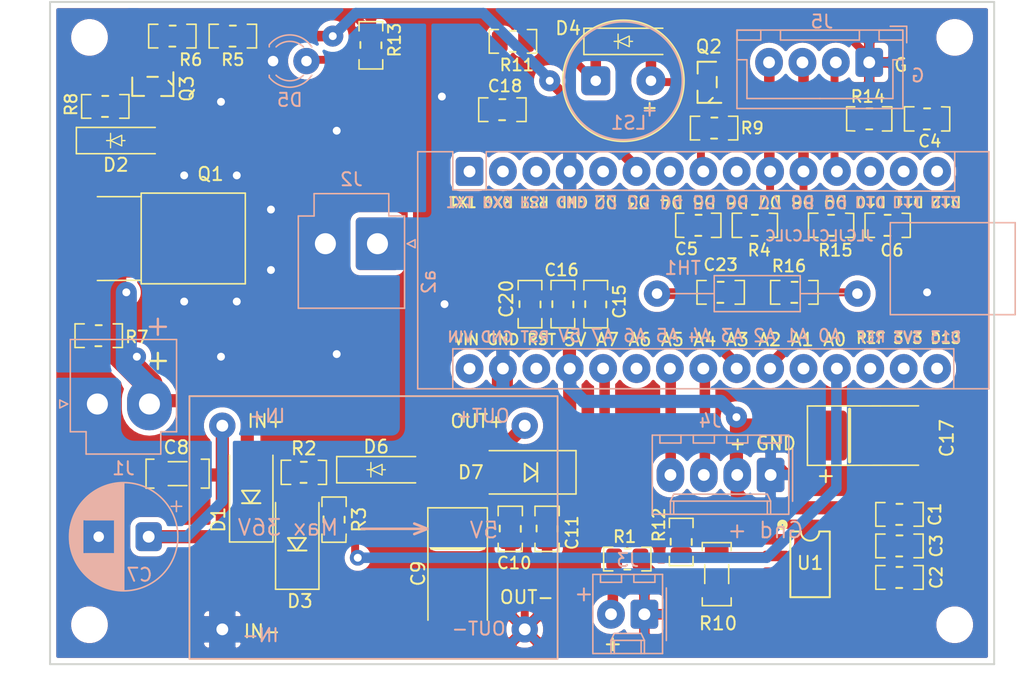
<source format=kicad_pcb>
(kicad_pcb (version 20211014) (generator pcbnew)
  (layers (0 "F.Cu" signal) (31 "B.Cu" signal) (34 "B.Paste" user) (35 "F.Paste" user) (36 "B.SilkS" user "B.Silkscreen") (37 "F.SilkS" user "F.Silkscreen") (38 "B.Mask" user) (39 "F.Mask" user) (44 "Edge.Cuts" user))
  (net 0 "")
  (net 1 "/opamp_to_adc")
  (net 2 "GND")
  (net 3 "/20VDetect")
  (net 4 "/env_temp_adc")
  (net 5 "/enable_heater")
  (net 6 "/enable_env_temp_check")
  (net 7 "/sda")
  (net 8 "/buzzerPwm")
  (net 9 "/scl")
  (net 10 "V5.0")
  (net 11 "Net-(C7-Pad1)")
  (net 12 "20V")
  (net 13 "Net-(D2-Pad2)")
  (net 14 "Net-(D2-Pad1)")
  (net 15 "Net-(D4-Pad2)")
  (net 16 "Net-(D4-Pad1)")
  (net 17 "Net-(D5-PadK)")
  (net 18 "/heaterPower")
  (net 19 "/thermal_couple")
  (net 20 "Net-(Q2-PadB)")
  (net 21 "Net-(Q3-PadB)")
  (net 22 "Net-(Q3-PadE)")
  (net 23 "Net-(R10-Pad1)")
  (net 24 "Net-(a2-Pad1)")
  (net 25 "Net-(a2-Pad17)")
  (net 26 "Net-(a2-Pad2)")
  (net 27 "Net-(a2-Pad18)")
  (net 28 "Net-(a2-Pad3)")
  (net 29 "Net-(a2-Pad20)")
  (net 30 "Net-(a2-Pad5)")
  (net 31 "Net-(a2-Pad7)")
  (net 32 "Net-(a2-Pad9)")
  (net 33 "Net-(a2-Pad25)")
  (net 34 "Net-(a2-Pad28)")
  (net 35 "Net-(a2-Pad13)")
  (net 36 "Net-(a2-Pad14)")
  (net 37 "Net-(a2-Pad16)")
  (net 38 "/relayTrigger")
  (net 39 "Net-(D1-Pad1)")
  (net 40 "Net-(R1-Pad1)")
  (net 41 "Net-(a2-Pad30)")
  (net 42 "Net-(C10-Pad1)")
  (net 43 "/rot_right_mcu")
  (net 44 "/rot_left_mcu")
  (net 45 "/rot_button_mcu")
  (net 46 "Net-(C4-Pad1)")
  (net 47 "Net-(C5-Pad1)")
  (net 48 "Net-(C6-Pad1)")
  (footprint "myFootPrintLibs:R_C_0805_2012Metric_Pad1.20x1.50mm_HandSolder" (layer "F.Cu") (at 64.8 43.2)
    (fp_text reference "C1")
    (fp_text value "47uf")
  )
  (footprint "myFootPrintLibs:R_C_0805_2012Metric_Pad1.20x1.50mm_HandSolder" (layer "F.Cu") (at 64.8 48)
    (fp_text reference "C2")
    (fp_text value "100nf")
  )
  (footprint "myFootPrintLibs:R_C_0805_2012Metric_Pad1.20x1.50mm_HandSolder" (layer "F.Cu") (at 64.8 45.6)
    (fp_text reference "C3")
    (fp_text value "47uf")
  )
  (footprint "myFootPrintLibs:C_1206_3216Metric_Pad1.33x1.80mm_HandSolder" (layer "F.Cu") (at 9.9 40.1 180)
    (fp_text reference "C8")
    (fp_text value "22uf")
  )
  (footprint "myFootPrintLibs:CP_EIA-7343-20_Kemet-V_Pad2.25x2.55mm_HandSolder" (layer "F.Cu") (at 31.2 47.6 -90)
    (fp_text reference "C9")
    (fp_text value "330uf")
  )
  (footprint "myFootPrintLibs:R_C_0805_2012Metric_Pad1.20x1.50mm_HandSolder" (layer "F.Cu") (at 35.2 44.3 -90)
    (fp_text reference "C10")
    (fp_text value "47uf")
  )
  (footprint "myFootPrintLibs:R_C_0805_2012Metric_Pad1.20x1.50mm_HandSolder" (layer "F.Cu") (at 38 44.3 -90)
    (fp_text reference "C11")
    (fp_text value "47uf")
  )
  (footprint "myFootPrintLibs:R_C_0805_2012Metric_Pad1.20x1.50mm_HandSolder" (layer "F.Cu") (at 41.7 27.2 90)
    (fp_text reference "C15")
    (fp_text value "47uf")
  )
  (footprint "myFootPrintLibs:R_C_0805_2012Metric_Pad1.20x1.50mm_HandSolder" (layer "F.Cu") (at 39.2 27.2 90)
    (fp_text reference "C16")
    (fp_text value "47uf")
  )
  (footprint "myFootPrintLibs:CP_EIA-7343-20_Kemet-V_Pad2.25x2.55mm_HandSolder" (layer "F.Cu") (at 62.6 37.2)
    (fp_text reference "C17")
    (fp_text value "220uf")
  )
  (footprint "myFootPrintLibs:R_C_0805_2012Metric_Pad1.20x1.50mm_HandSolder" (layer "F.Cu") (at 34.6 12.4)
    (fp_text reference "C18")
    (fp_text value "47uf")
  )
  (footprint "myFootPrintLibs:R_C_0805_2012Metric_Pad1.20x1.50mm_HandSolder" (layer "F.Cu") (at 36.7 27.2 90)
    (fp_text reference "C20")
    (fp_text value "100nf")
  )
  (footprint "myFootPrintLibs:R_C_0805_2012Metric_Pad1.20x1.50mm_HandSolder" (layer "F.Cu") (at 51.2 26.3)
    (fp_text reference "C23")
    (fp_text value "100nf")
  )
  (footprint "myFootPrintLibs:D_MiniMELF_Handsoldering_Zener" (layer "F.Cu") (at 5.2 14.75)
    (fp_text reference "D2")
    (fp_text value "zener 4.7V")
  )
  (footprint "myFootPrintLibs:D_MiniMELF_Handsoldering_Zener" (layer "F.Cu") (at 43.8 7.2)
    (fp_text reference "D4")
    (fp_text value "1N4148")
  )
  (footprint "myFootPrintLibs:MountingHole_2.0mm" (layer "F.Cu") (at 69 51.6)
    (fp_text reference "H1" hide)
    (fp_text value "MountingHole" hide)
  )
  (footprint "myFootPrintLibs:MountingHole_2.0mm" (layer "F.Cu") (at 3.2 51.6)
    (fp_text reference "H2" hide)
    (fp_text value "MountingHole" hide)
  )
  (footprint "myFootPrintLibs:MountingHole_2.0mm" (layer "F.Cu") (at 3.2 6.9)
    (fp_text reference "H3" hide)
    (fp_text value "MountingHole" hide)
  )
  (footprint "myFootPrintLibs:MountingHole_2.0mm" (layer "F.Cu") (at 69 6.9)
    (fp_text reference "H4" hide)
    (fp_text value "MountingHole" hide)
  )
  (footprint "myFootPrintLibs:TO-252-2" (layer "F.Cu") (at 9.6 22.2)
    (fp_text reference "Q1")
    (fp_text value "AOD403_pmosfet")
  )
  (footprint "myFootPrintLibs:SOT-23_PNP_NPN" (layer "F.Cu") (at 50.2 10.3 180)
    (fp_text reference "Q2")
    (fp_text value "S8050")
  )
  (footprint "myFootPrintLibs:SOT-23_PNP_NPN" (layer "F.Cu") (at 8 10.6 -90)
    (fp_text reference "Q3")
    (fp_text value "S8050")
  )
  (footprint "myFootPrintLibs:R_C_0805_2012Metric_Pad1.20x1.50mm_HandSolder" (layer "F.Cu") (at 44.1 46.6 180)
    (fp_text reference "R1")
    (fp_text value "10k")
  )
  (footprint "myFootPrintLibs:R_C_0805_2012Metric_Pad1.20x1.50mm_HandSolder" (layer "F.Cu") (at 14.1 6.8)
    (fp_text reference "R5")
    (fp_text value "4k")
  )
  (footprint "myFootPrintLibs:R_C_0805_2012Metric_Pad1.20x1.50mm_HandSolder" (layer "F.Cu") (at 9.5 6.8 180)
    (fp_text reference "R6")
    (fp_text value "18k")
  )
  (footprint "myFootPrintLibs:R_C_0805_2012Metric_Pad1.20x1.50mm_HandSolder" (layer "F.Cu") (at 3.9 29.6)
    (fp_text reference "R7")
    (fp_text value "2k")
  )
  (footprint "myFootPrintLibs:R_C_0805_2012Metric_Pad1.20x1.50mm_HandSolder" (layer "F.Cu") (at 4.4 12.15)
    (fp_text reference "R8")
    (fp_text value "180")
  )
  (footprint "myFootPrintLibs:R_C_0805_2012Metric_Pad1.20x1.50mm_HandSolder" (layer "F.Cu") (at 50.7 13.8 180)
    (fp_text reference "R9")
    (fp_text value "3.9k")
  )
  (footprint "myFootPrintLibs:C_1206_3216Metric_Pad1.33x1.80mm_HandSolder" (layer "F.Cu") (at 50.9 47.75 -90)
    (fp_text reference "R10")
    (fp_text value "1k")
  )
  (footprint "myFootPrintLibs:R_C_0805_2012Metric_Pad1.20x1.50mm_HandSolder" (layer "F.Cu") (at 35.4 7.2)
    (fp_text reference "R11")
    (fp_text value "24")
  )
  (footprint "myFootPrintLibs:R_C_0805_2012Metric_Pad1.20x1.50mm_HandSolder" (layer "F.Cu") (at 48.2 45.3 -90)
    (fp_text reference "R12")
    (fp_text value "240k")
  )
  (footprint "myFootPrintLibs:R_C_0805_2012Metric_Pad1.20x1.50mm_HandSolder" (layer "F.Cu") (at 24.6 7.5 -90)
    (fp_text reference "R13")
    (fp_text value "4k")
  )
  (footprint "myFootPrintLibs:R_C_0805_2012Metric_Pad1.20x1.50mm_HandSolder" (layer "F.Cu") (at 56.8 26.3 180)
    (fp_text reference "R16")
    (fp_text value "10k")
  )
  (footprint "myFootPrintLibs:SO-8_3.9x4.9mm_P1.27mm" (layer "F.Cu") (at 58 47)
    (fp_text reference "U1")
    (fp_text value "MCP6002")
  )
  (footprint "myFootPrintLibs:D_SMA_Handsoldering" (layer "F.Cu") (at 15.5 41.8 90)
    (fp_text reference "D1")
    (fp_text value "1N4007")
  )
  (footprint "myFootPrintLibs:D_SMA_Handsoldering" (layer "F.Cu") (at 19 45.4 90)
    (fp_text reference "D3")
    (fp_text value "1N4007")
  )
  (footprint "myFootPrintLibs:D_SMA_Handsoldering" (layer "F.Cu") (at 36.7 40 180)
    (fp_text reference "D7")
    (fp_text value "SS12")
  )
  (footprint "myFootPrintLibs:R_C_0805_2012Metric_Pad1.20x1.50mm_HandSolder" (layer "F.Cu") (at 19.5 40)
    (fp_text reference "R2")
    (fp_text value "40k")
  )
  (footprint "myFootPrintLibs:R_C_0805_2012Metric_Pad1.20x1.50mm_HandSolder" (layer "F.Cu") (at 21.8 43.6 -90)
    (fp_text reference "R3")
    (fp_text value "9k")
  )
  (footprint "myFootPrintLibs:D_MiniMELF_Handsoldering_Zener" (layer "F.Cu") (at 25 39.8)
    (fp_text reference "D6")
    (fp_text value "zener 4.7V")
  )
  (footprint "myFootPrintLibs:R_C_0805_2012Metric_Pad1.20x1.50mm_HandSolder" (layer "F.Cu") (at 66.9 13.1)
    (fp_text reference "C4")
    (fp_text value "100nf")
  )
  (footprint "myFootPrintLibs:R_C_0805_2012Metric_Pad1.20x1.50mm_HandSolder" (layer "F.Cu") (at 49.5 21.2 180)
    (fp_text reference "C5")
    (fp_text value "100nf")
  )
  (footprint "myFootPrintLibs:R_C_0805_2012Metric_Pad1.20x1.50mm_HandSolder" (layer "F.Cu") (at 63.9 21.2)
    (fp_text reference "C6")
    (fp_text value "100nf")
  )
  (footprint "myFootPrintLibs:R_C_0805_2012Metric_Pad1.20x1.50mm_HandSolder" (layer "F.Cu") (at 53.8 21.2)
    (fp_text reference "R4")
    (fp_text value "4.7k")
  )
  (footprint "myFootPrintLibs:R_C_0805_2012Metric_Pad1.20x1.50mm_HandSolder" (layer "F.Cu") (at 62.5 13.1 180)
    (fp_text reference "R14")
    (fp_text value "4.7k")
  )
  (footprint "myFootPrintLibs:R_C_0805_2012Metric_Pad1.20x1.50mm_HandSolder" (layer "F.Cu") (at 59.6 21.2)
    (fp_text reference "R15")
    (fp_text value "4.7k")
  )
  (footprint "myFootPrintLibs:CP_Radial_D8.0mm_P3.80mm" (layer "B.Cu") (at 7.7 44.9 180)
    (fp_text reference "C7")
    (fp_text value "470uf")
  )
  (footprint "myFootPrintLibs:LED_D3.0mm" (layer "B.Cu") (at 17.16 8.7)
    (fp_text reference "D5")
    (fp_text value "LED" hide)
  )
  (footprint "myFootPrintLibs:JST_VH_B2P-VH-B_1x02_P3.96mm_Vertical" (layer "B.Cu") (at 3.8 34.8)
    (fp_text reference "J1")
    (fp_text value "VH3.96_1X02 20V Power")
  )
  (footprint "myFootPrintLibs:JST_VH_B2P-VH-B_1x02_P3.96mm_Vertical" (layer "B.Cu") (at 25.1 22.6 180)
    (fp_text reference "J2")
    (fp_text value "Heater VH3.96_1X02")
  )
  (footprint "myFootPrintLibs:Molex_KK-254_AE-6410-02A_1x02_P2.54mm_Vertical" (layer "B.Cu") (at 45.4 50.8 180)
    (fp_text reference "J3")
    (fp_text value "Thermo JST_2.54_1X02")
  )
  (footprint "myFootPrintLibs:Buzzer_9x4.2" (layer "B.Cu") (at 43.8 10.2)
    (fp_text reference "LS1")
    (fp_text value "Speaker")
  )
  (footprint "Resistor_THT:R_Axial_DIN0207_L6.3mm_D2.5mm_P15.24mm_Horizontal" (layer "B.Cu") (at 46.36 26.4)
    (fp_text reference "TH1")
    (fp_text value "Thermistor_NTC 10k")
  )
  (footprint "myFootPrintLibs:Molex_KK-254_AE-6410-04A_1x04_P2.54mm_Vertical" (layer "B.Cu") (at 55 40.2 180)
    (fp_text reference "J4")
    (fp_text value "JST_2.54_1X04_LCD")
  )
  (footprint "myFootPrintLibs:JST_XH_1x04_P2.54mm_Vertical" (layer "B.Cu") (at 62.5 8.8 180)
    (fp_text reference "J5")
    (fp_text value "XH2.54_1X04_RotaryEnc")
  )
  (footprint "myFootPrintLibs:Arduino_Nano_order" (layer "B.Cu") (at 32.1 17 -90)
    (fp_text reference "a2")
    (fp_text value "Arduino_Nano_v2.x")
  )
  (footprint "myFootPrintLibs:MAX20003A_dc_buck_module" (layer "B.Cu") (at 24.8 44.2)
    (fp_text reference "a1" hide)
    (fp_text value "Max20003A_DC_BUCK_5V")
  )
  (gr_line (start 72 4.2) (end 72 54.6) (layer "Edge.Cuts") (width 0.15))
  (gr_line (start 0.2 4.2) (end 72 4.2) (layer "Edge.Cuts") (width 0.15))
  (gr_line (start 0.2 54.6) (end 0.2 4.2) (layer "Edge.Cuts") (width 0.15))
  (gr_line (start 72 54.6) (end 0.2 54.6) (layer "Edge.Cuts") (width 0.15))
  (gr_text "+" (at 8.4 28.8) (layer "B.SilkS") (effects (font (size 1.6 1.6) (thickness 0.18))))
  (gr_text "+" (at 40.8 49.2) (layer "B.SilkS") (effects (font (size 1.2 1.2))))
  (gr_text "Gnd +" (at 54.6 44.4) (layer "B.SilkS") (effects (font (size 1.2 1.2)) (justify mirror)))
  (gr_text "JLCJLCJLCJLC" (at 58.7 22) (layer "B.SilkS") (effects (font (size 0.8 0.8)) (justify mirror)))
  (gr_text "G" (at 66.2 9.8) (layer "B.SilkS") (effects (font (size 1 1)) (justify mirror)))
  (gr_text "G" (at 64.9 9) (layer "F.SilkS") (effects (font (size 1 1))))
  (gr_text "+" (at 8.4 31.4) (layer "F.SilkS") (effects (font (size 1.6 1.6) (thickness 0.18))))
  (gr_text "+ GND" (at 54.4 37.8) (layer "F.SilkS") (effects (font (size 1 1))))
  (gr_text "+" (at 43 53) (layer "F.SilkS") (effects (font (size 1.2 1.2))))
  (segment (start 51.7 44.3) (end 52.5 45.1) (width 0.75) (layer "F.Cu") (net 1))
  (segment (start 42.26 32.1) (end 42.37501 32.21501) (width 0.75) (layer "F.Cu") (net 1))
  (segment (start 46.7 44.3) (end 48.2 44.3) (width 0.8) (layer "F.Cu") (net 1))
  (segment (start 42.37501 32.21501) (end 42.37501 39.97501) (width 0.8) (layer "F.Cu") (net 1))
  (segment (start 48.2 44.3) (end 51.7 44.3) (width 0.75) (layer "F.Cu") (net 1))
  (segment (start 42.37501 39.97501) (end 46.7 44.3) (width 0.8) (layer "F.Cu") (net 1))
  (segment (start 42.3 32.48) (end 42.26 32.44) (width 0.6) (layer "F.Cu") (net 1))
  (segment (start 52.5 45.1) (end 55.095 45.1) (width 0.75) (layer "F.Cu") (net 1))
  (segment (start 53.6 6.6) (end 59.135113 6.6) (width 0.6) (layer "F.Cu") (net 2))
  (segment (start 34.6 32.7) (end 34.64 32.66) (width 1.6) (layer "F.Cu") (net 2))
  (segment (start 34.9 32.18) (end 34.64 32.44) (width 0.6) (layer "F.Cu") (net 2))
  (segment (start 65.9 43.1) (end 65.9 48.3) (width 0.8) (layer "F.Cu") (net 2))
  (segment (start 24.6 6.5) (end 23.3 5.2) (width 0.6) (layer "F.Cu") (net 2))
  (segment (start 62.5 8.415113) (end 62.5 8.8) (width 0.6) (layer "F.Cu") (net 2))
  (segment (start 64.9 50.9) (end 65.1 50.7) (width 0.6) (layer "F.Cu") (net 2))
  (segment (start 51.5 50.9) (end 51.5 49.35) (width 0.6) (layer "F.Cu") (net 2))
  (segment (start 39.7 17.08) (end 39.7 25.7) (width 0.8) (layer "F.Cu") (net 2))
  (segment (start 56.4 40.2) (end 55.6 39.4) (width 0.6) (layer "F.Cu") (net 2))
  (segment (start 3.45 10.75) (end 3.45 11.975) (width 0.6) (layer "F.Cu") (net 2))
  (segment (start 39.7 17.18) (end 39.5 17.38) (width 0.6) (layer "F.Cu") (net 2))
  (segment (start 25.1 22.6) (end 25.1 21.5) (width 0.6) (layer "F.Cu") (net 2))
  (segment (start 34.64 32.43) (end 34.64 32.1) (width 0.6) (layer "F.Cu") (net 2))
  (segment (start 23.3 5.2) (end 9 5.2) (width 0.6) (layer "F.Cu") (net 2))
  (segment (start 59.135113 6.6) (end 59.135123 6.59999) (width 0.6) (layer "F.Cu") (net 2))
  (segment (start 64.64 8.8) (end 62.4 8.8) (width 0.6) (layer "F.Cu") (net 2))
  (segment (start 39.7 25.7) (end 39.2 26.2) (width 0.6) (layer "F.Cu") (net 2))
  (segment (start 59.135123 6.59999) (end 60.684877 6.59999) (width 0.6) (layer "F.Cu") (net 2))
  (segment (start 34.64 32.1) (end 34.64 30.84) (width 0.6) (layer "F.Cu") (net 2))
  (segment (start 65.8 50) (end 65.8 49.1) (width 0.6) (layer "F.Cu") (net 2))
  (segment (start 34.6 35) (end 34.6 32.7) (width 1.6) (layer "F.Cu") (net 2))
  (segment (start 3.9 34.9) (end 3.9 44.6) (width 2) (layer "F.Cu") (net 2))
  (segment (start 65.9 37.6) (end 66 37.7) (width 0.6) (layer "F.Cu") (net 2))
  (segment (start 65.9 38.9) (end 64.6 40.2) (width 0.6) (layer "F.Cu") (net 2))
  (segment (start 22.1 44.54) (end 22.1 51) (width 0.6) (layer "F.Cu") (net 2))
  (segment (start 64.6 40.2) (end 56.4 40.2) (width 0.6) (layer "F.Cu") (net 2))
  (segment (start 36.6 26) (end 41.9 26) (width 0.6) (layer "F.Cu") (net 2))
  (segment (start 66 37.7) (end 66 43.2) (width 0.6) (layer "F.Cu") (net 2))
  (segment (start 34.64 32.66) (end 34.64 32.43) (width 1.6) (layer "F.Cu") (net 2))
  (segment (start 41.17 20.4) (end 39.72 18.95) (width 0.6) (layer "F.Cu") (net 2))
  (segment (start 25.4375 22.9375) (end 25.1 22.6) (width 0.6) (layer "F.Cu") (net 2))
  (segment (start 27.2 39.8) (end 27.27 39.8) (width 0.6) (layer "F.Cu") (net 2))
  (segment (start 68.14 13.1) (end 68.14 12.3) (width 0.6) (layer "F.Cu") (net 2))
  (segment (start 4 34.8) (end 3.9 34.9) (width 2) (layer "F.Cu") (net 2))
  (segment (start 45.2 50.9) (end 64.9 50.9) (width 0.6) (layer "F.Cu") (net 2))
  (segment (start 66 43.2) (end 65.8 43.4) (width 0.6) (layer "F.Cu") (net 2))
  (segment (start 7.4 6.8) (end 3.45 10.75) (width 0.6) (layer "F.Cu") (net 2))
  (segment (start 4 34.8) (end 4 33.1) (width 0.6) (layer "F.Cu") (net 2))
  (segment (start 27.631994 39.8) (end 32.431994 35) (width 1.6) (layer "F.Cu") (net 2))
  (segment (start 68.14 12.3) (end 64.64 8.8) (width 0.6) (layer "F.Cu") (net 2))
  (segment (start 8.6 5.6) (end 8.6 5.8) (width 0.6) (layer "F.Cu") (net 2))
  (segment (start 32.431994 35) (end 34.6 35) (width 1.6) (layer "F.Cu") (net 2))
  (segment (start 34.64 30.84) (end 29.2 25.4) (width 0.6) (layer "F.Cu") (net 2))
  (segment (start 64.9 50.9) (end 65.8 50) (width 0.6) (layer "F.Cu") (net 2))
  (segment (start 36.3 51.9) (end 36.3 45.39) (width 0.6) (layer "F.Cu") (net 2))
  (segment (start 47.76 20.4) (end 41.17 20.4) (width 0.6) (layer "F.Cu") (net 2))
  (segment (start 27.27 39.8) (end 27.631994 39.8) (width 1.6) (layer "F.Cu") (net 2))
  (segment (start 62.4 8.6) (end 62.4 9.2) (width 0.6) (layer "F.Cu") (net 2))
  (segment (start 51.65 8.55) (end 53.6 6.6) (width 0.6) (layer "F.Cu") (net 2))
  (segment (start 60.684877 6.59999) (end 62.5 8.415113) (width 0.6) (layer "F.Cu") (net 2))
  (segment (start 28.5 22.7) (end 24.7375 22.7) (width 2.5) (layer "F.Cu") (net 2))
  (segment (start 34.7 45.24) (end 37.9 45.24) (width 0.6) (layer "F.Cu") (net 2))
  (segment (start 53.1 26.4) (end 55.8 26.4) (width 0.8) (layer "F.Cu") (net 2))
  (segment (start 48.56 21.2) (end 47.76 20.4) (width 0.6) (layer "F.Cu") (net 2))
  (segment (start 65.9 37.6) (end 65.9 38.9) (width 0.6) (layer "F.Cu") (net 2))
  (segment (start 51.65 9.45) (end 51.65 8.55) (width 0.6) (layer "F.Cu") (net 2))
  (segment (start 39.72 18.95) (end 39.72 17.1) (width 0.6) (layer "F.Cu") (net 2))
  (segment (start 22.1 51) (end 26.3 51) (width 0.6) (layer "F.Cu") (net 2))
  (segment (start 1.3 32.3) (end 3.8 34.8) (width 0.6) (layer "F.Cu") (net 2))
  (segment (start 9 5.2) (end 8.6 5.6) (width 0.6) (layer "F.Cu") (net 2))
  (segment (start 8.6 6.8) (end 7.4 6.8) (width 0.6) (layer "F.Cu") (net 2))
  (segment (start 1.3 14.125) (end 1.3 32.3) (width 0.6) (layer "F.Cu") (net 2))
  (segment (start 26.3 51) (end 31.7 51) (width 0.6) (layer "F.Cu") (net 2))
  (segment (start 8.6 5.8) (end 8.6 6.8) (width 0.6) (layer "F.Cu") (net 2))
  (segment (start 29.2 25.4) (end 29.2 22.9375) (width 0.6) (layer "F.Cu") (net 2))
  (segment (start 3.45 11.975) (end 1.3 14.125) (width 0.6) (layer "F.Cu") (net 2))
  (via (at 66.9 26.3) (size 1.6) (drill 0.6) (layers "F.Cu" "B.Cu") (net 2))
  (via (at 30.2 27.2) (size 1.6) (drill 0.6) (layers "F.Cu" "B.Cu") (net 2))
  (via (at 30 11.4) (size 1.6) (drill 0.6) (layers "F.Cu" "B.Cu") (net 2))
  (segment (start 34.64 32.1) (end 34.64 22.86) (width 0.6) (layer "B.Cu") (net 2))
  (segment (start 36.07 22.6) (end 39.72 18.95) (width 0.6) (layer "B.Cu") (net 2))
  (segment (start 34.64 22.86) (end 34.9 22.6) (width 0.6) (layer "B.Cu") (net 2))
  (segment (start 25.5 22.6) (end 35.3 22.6) (width 4) (layer "B.Cu") (net 2))
  (segment (start 39.72 18.95) (end 39.72 17.1) (width 0.6) (layer "B.Cu") (net 2))
  (segment (start 34.9 22.6) (end 36.07 22.6) (width 0.6) (layer "B.Cu") (net 2))
  (segment (start 23.4 41.4) (end 23.4 46.2) (width 0.6) (layer "F.Cu") (net 3))
  (segment (start 23.8 40.1) (end 23.8 40) (width 0.6) (layer "F.Cu") (net 3))
  (segment (start 22 40) (end 22.55 40.55) (width 0.6) (layer "F.Cu") (net 3))
  (segment (start 60.04 32.1) (end 60.04 32.44) (width 0.6) (layer "F.Cu") (net 3))
  (segment (start 23.3 39.8) (end 22.55 40.55) (width 0.6) (layer "F.Cu") (net 3))
  (segment (start 22.55 40.55) (end 23.4 41.4) (width 0.6) (layer "F.Cu") (net 3))
  (segment (start 59.9 31.96) (end 60.04 32.1) (width 0.6) (layer "F.Cu") (net 3))
  (segment (start 21.8 41.3) (end 22.55 40.55) (width 0.6) (layer "F.Cu") (net 3))
  (segment (start 20.6 40) (end 22 40) (width 0.6) (layer "F.Cu") (net 3))
  (segment (start 23.6 39.8) (end 23.3 39.8) (width 0.6) (layer "F.Cu") (net 3))
  (segment (start 23.8 40) (end 23.6 39.8) (width 0.6) (layer "F.Cu") (net 3))
  (segment (start 23.4 46.2) (end 23.7 46.5) (width 0.6) (layer "F.Cu") (net 3))
  (segment (start 21.8 42.66) (end 21.8 41.3) (width 0.6) (layer "F.Cu") (net 3))
  (via (at 23.6 46.5) (size 1.2) (drill 0.6) (layers "F.Cu" "B.Cu") (net 3))
  (segment (start 54.7 46.5) (end 23.6 46.5) (width 0.8) (layer "B.Cu") (net 3))
  (segment (start 60 32.14) (end 60.04 32.1) (width 0.6) (layer "B.Cu") (net 3))
  (segment (start 23.8 46.6) (end 23.7 46.5) (width 0.6) (layer "B.Cu") (net 3))
  (segment (start 60 32.14) (end 60 41.2) (width 0.8) (layer "B.Cu") (net 3))
  (segment (start 60 41.2) (end 54.7 46.5) (width 0.8) (layer "B.Cu") (net 3))
  (segment (start 54.96 32.1) (end 54.96 31.823691) (width 0.8) (layer "F.Cu") (net 4))
  (segment (start 54.96 32.44) (end 55.1 32.3) (width 0.6) (layer "F.Cu") (net 4))
  (segment (start 54.96 31.823691) (end 57.8 28.983691) (width 0.8) (layer "F.Cu") (net 4))
  (segment (start 54.96 32.1) (end 54.96 31.64) (width 1) (layer "F.Cu") (net 4))
  (segment (start 57.8 26.3) (end 57.9 26.4) (width 1) (layer "F.Cu") (net 4))
  (segment (start 57.8 28.983691) (end 57.8 26.3) (width 0.8) (layer "F.Cu") (net 4))
  (segment (start 57.8 26.3) (end 61.54 26.3) (width 0.6) (layer "F.Cu") (net 4))
  (segment (start 38.2 10.2) (end 44.8 16.8) (width 0.8) (layer "F.Cu") (net 5))
  (segment (start 22 6.8) (end 15.2 6.8) (width 0.8) (layer "F.Cu") (net 5))
  (segment (start 44.8 16.8) (end 44.8 17.1) (width 0.8) (layer "F.Cu") (net 5))
  (segment (start 44.8 17.2) (end 44.8 16.8) (width 0.6) (layer "F.Cu") (net 5))
  (via (at 38.2 10.2) (size 1.6) (drill 0.6) (layers "F.Cu" "B.Cu") (net 5))
  (via (at 21.7 6.8) (size 1.6) (drill 0.6) (layers "F.Cu" "B.Cu") (net 5))
  (segment (start 38.2 10.1) (end 33.15001 5.05001) (width 0.8) (layer "B.Cu") (net 5))
  (segment (start 38.2 10.2) (end 38.2 10.1) (width 0.8) (layer "B.Cu") (net 5))
  (segment (start 23.44999 5.05001) (end 21.7 6.8) (width 0.8) (layer "B.Cu") (net 5))
  (segment (start 33.15001 5.05001) (end 23.44999 5.05001) (width 0.8) (layer "B.Cu") (net 5))
  (segment (start 50.1 26.4) (end 50.2 26.3) (width 0.8) (layer "F.Cu") (net 6))
  (segment (start 46.36 26.4) (end 50.3 26.4) (width 0.8) (layer "F.Cu") (net 6))
  (segment (start 46.4 26.4) (end 50.1 26.4) (width 0.8) (layer "F.Cu") (net 6))
  (segment (start 52.42 31.77) (end 52.42 32.44) (width 0.8) (layer "F.Cu") (net 6))
  (segment (start 49.7 26.4) (end 50 26.7) (width 0.8) (layer "F.Cu") (net 6))
  (segment (start 50 29.35) (end 52.42 31.77) (width 0.8) (layer "F.Cu") (net 6))
  (segment (start 50.3 26.4) (end 50.4 26.3) (width 0.8) (layer "F.Cu") (net 6))
  (segment (start 50 26.7) (end 50 29.35) (width 0.8) (layer "F.Cu") (net 6))
  (segment (start 49.88 32.1) (end 50 32.22) (width 0.8) (layer "F.Cu") (net 7))
  (segment (start 49.92 40.2) (end 49.92 39.8) (width 0.8) (layer "F.Cu") (net 7))
  (segment (start 49.88 32.44) (end 49.88 32.1) (width 0.8) (layer "F.Cu") (net 7))
  (segment (start 49.88 32.44) (end 50.1 32.66) (width 0.6) (layer "F.Cu") (net 7))
  (segment (start 50 32.22) (end 50 40.12) (width 0.8) (layer "F.Cu") (net 7))
  (segment (start 50 40.12) (end 49.92 40.2) (width 0.8) (layer "F.Cu") (net 7))
  (segment (start 49.9 17.18) (end 49.88 17.2) (width 0.6) (layer "F.Cu") (net 8))
  (segment (start 49.7 13.6) (end 49.7 17.18) (width 0.6) (layer "F.Cu") (net 8))
  (segment (start 49.7 17.02) (end 49.88 17.2) (width 0.6) (layer "F.Cu") (net 8))
  (segment (start 47.54 32.64) (end 47.34 32.44) (width 0.6) (layer "F.Cu") (net 9))
  (segment (start 47.5 40.08) (end 47.38 40.2) (width 0.8) (layer "F.Cu") (net 9))
  (segment (start 47.4 32.2) (end 47.4 40.18) (width 0.8) (layer "F.Cu") (net 9))
  (segment (start 47.34 32.44) (end 47.5 32.6) (width 0.8) (layer "F.Cu") (net 9))
  (segment (start 47.38 40.2) (end 47.38 39.8) (width 0.8) (layer "F.Cu") (net 9))
  (segment (start 47.4 40.18) (end 47.38 40.2) (width 0.8) (layer "F.Cu") (net 9))
  (segment (start 58.2 36.4) (end 53 36.4) (width 1) (layer "F.Cu") (net 10))
  (segment (start 60.4 45.095) (end 63.705 45.095) (width 0.75) (layer "F.Cu") (net 10))
  (segment (start 63.7 43.3) (end 63.7 48.5) (width 0.8) (layer "F.Cu") (net 10))
  (segment (start 35 27.6) (end 35.6 28.2) (width 0.6) (layer "F.Cu") (net 10))
  (segment (start 39.5 32.22) (end 39.72 32.44) (width 0.6) (layer "F.Cu") (net 10))
  (segment (start 33.2 12.5) (end 30.35 15.35) (width 0.6) (layer "F.Cu") (net 10))
  (segment (start 53 36.4) (end 52.4 35.8) (width 1) (layer "F.Cu") (net 10))
  (segment (start 30.35 20.55) (end 35 25.2) (width 0.6) (layer "F.Cu") (net 10))
  (segment (start 39.5 31.88) (end 39.72 32.1) (width 0.8) (layer "F.Cu") (net 10))
  (segment (start 59.4 37.6) (end 58.2 36.4) (width 1) (layer "F.Cu") (net 10))
  (segment (start 34.4 7.2) (end 33.2 8.4) (width 0.6) (layer "F.Cu") (net 10))
  (segment (start 39.72 32.44) (end 39.72 38.78) (width 1) (layer "F.Cu") (net 10))
  (segment (start 63.1 42.7) (end 63.8 43.4) (width 1) (layer "F.Cu") (net 10))
  (segment (start 39.7 28.5) (end 39.7 31.88) (width 1) (layer "F.Cu") (net 10))
  (segment (start 39.72 38.78) (end 38.5 40) (width 1) (layer "F.Cu") (net 10))
  (segment (start 33.2 8.4) (end 33.2 12.5) (width 0.6) (layer "F.Cu") (net 10))
  (segment (start 52.46 40.2) (end 52.46 41.66) (width 1) (layer "F.Cu") (net 10))
  (segment (start 35 25.2) (end 35 27.6) (width 0.6) (layer "F.Cu") (net 10))
  (segment (start 30.35 15.35) (end 30.35 20.55) (width 0.6) (layer "F.Cu") (net 10))
  (segment (start 52.46 41.66) (end 53.5 42.7) (width 1) (layer "F.Cu") (net 10))
  (segment (start 60 38.3) (end 58.69999 36.99999) (width 0.6) (layer "F.Cu") (net 10))
  (segment (start 36.6 28.2) (end 42 28.2) (width 0.8) (layer "F.Cu") (net 10))
  (segment (start 35.6 28.2) (end 36.7 28.2) (width 0.6) (layer "F.Cu") (net 10))
  (segment (start 53.5 42.7) (end 63.1 42.7) (width 1) (layer "F.Cu") (net 10))
  (segment (start 52.4 35.8) (end 52.46 35.86) (width 1) (layer "F.Cu") (net 10))
  (segment (start 58.69999 36.99999) (end 58.59999 36.89999) (width 0.8) (layer "F.Cu") (net 10))
  (segment (start 39.2 28.2) (end 39.8 28.8) (width 0.8) (layer "F.Cu") (net 10))
  (segment (start 52.4 35.86) (end 52.4 40.2) (width 1) (layer "F.Cu") (net 10))
  (via (at 52.4 35.8) (size 1.6) (drill 0.6) (layers "F.Cu" "B.Cu") (net 10))
  (segment (start 51.2 34.6) (end 40.8 34.6) (width 1) (layer "B.Cu") (net 10))
  (segment (start 52.4 35.8) (end 51.2 34.6) (width 1) (layer "B.Cu") (net 10))
  (segment (start 39.72 33.52) (end 39.72 32.1) (width 1) (layer "B.Cu") (net 10))
  (segment (start 40.8 34.6) (end 39.72 33.52) (width 1) (layer "B.Cu") (net 10))
  (segment (start 7.4 44.9) (end 7.7 44.6) (width 1) (layer "F.Cu") (net 11))
  (segment (start 12.3 44.9) (end 13.1 45.7) (width 1) (layer "F.Cu") (net 11))
  (segment (start 11.2625 40.2) (end 13.2 40.2) (width 1) (layer "F.Cu") (net 11))
  (segment (start 14.8 47.4) (end 19 47.4) (width 1) (layer "F.Cu") (net 11))
  (segment (start 13.3 36.45) (end 13.3 40.1) (width 1) (layer "F.Cu") (net 11))
  (segment (start 7.4 44.9) (end 12.3 44.9) (width 1) (layer "F.Cu") (net 11))
  (segment (start 13.2 40.2) (end 13.3 40.1) (width 0.6) (layer "F.Cu") (net 11))
  (segment (start 13.3 45.5) (end 13.1 45.7) (width 0.6) (layer "F.Cu") (net 11))
  (segment (start 13.3 40.1) (end 13.3 45.5) (width 1) (layer "F.Cu") (net 11))
  (segment (start 13.1 45.7) (end 14.8 47.4) (width 1) (layer "F.Cu") (net 11))
  (segment (start 13.3 36.45) (end 13.3 42.2) (width 0.8) (layer "B.Cu") (net 11))
  (segment (start 10.6 44.9) (end 7.7 44.9) (width 0.8) (layer "B.Cu") (net 11))
  (segment (start 13.3 42.2) (end 10.6 44.9) (width 0.8) (layer "B.Cu") (net 11))
  (segment (start 15.200001 35.537999) (end 15.2 39.65) (width 1) (layer "F.Cu") (net 12))
  (segment (start 5 24.8) (end 5 30.549864) (width 2) (layer "F.Cu") (net 12))
  (segment (start 15.2 39.65) (end 15.5 39.95) (width 1) (layer "F.Cu") (net 12))
  (segment (start 7.76 33.309864) (end 7.76 34.8) (width 2) (layer "F.Cu") (net 12))
  (segment (start 14.212001 34.549999) (end 15.200001 35.537999) (width 1) (layer "F.Cu") (net 12))
  (segment (start 7.76 33.56) (end 7.76 34.8) (width 1.6) (layer "F.Cu") (net 12))
  (segment (start 8.21 34.55) (end 14.212001 34.549999) (width 1) (layer "F.Cu") (net 12))
  (segment (start 7.96 34.8) (end 8.21 34.55) (width 1) (layer "F.Cu") (net 12))
  (segment (start 7.76 34.8) (end 7.96 34.8) (width 1.6) (layer "F.Cu") (net 12))
  (segment (start 18.75 40) (end 15.2 40) (width 0.8) (layer "F.Cu") (net 12))
  (segment (start 5 30.549864) (end 7.76 33.309864) (width 2) (layer "F.Cu") (net 12))
  (segment (start 5.2 24.48) (end 5 24.68) (width 1.4) (layer "F.Cu") (net 12))
  (via (at 6.8 31.2) (size 1.4) (drill 0.6) (layers "F.Cu" "B.Cu") (net 12))
  (via (at 6 26.3) (size 1.4) (drill 0.6) (layers "F.Cu" "B.Cu") (net 12))
  (segment (start 6 31.8) (end 6 26.3) (width 1.6) (layer "B.Cu") (net 12))
  (segment (start 7.76 34.299812) (end 7.76 33.56) (width 1.6) (layer "B.Cu") (net 12))
  (segment (start 7.76 33.56) (end 6 31.8) (width 1.6) (layer "B.Cu") (net 12))
  (segment (start 7.76 34.8) (end 7.76 34.299812) (width 0.6) (layer "B.Cu") (net 12))
  (segment (start 6 26.6) (end 5.8 26.4) (width 0.6) (layer "B.Cu") (net 12))
  (segment (start 7 14.8) (end 7.4 14.4) (width 0.6) (layer "F.Cu") (net 13))
  (segment (start 8 13.75) (end 8 11.95) (width 0.6) (layer "F.Cu") (net 13))
  (segment (start 7 14.75) (end 8 13.75) (width 0.6) (layer "F.Cu") (net 13))
  (segment (start 7.55 14.9) (end 7.4 14.75) (width 0.6) (layer "F.Cu") (net 13))
  (segment (start 7.4 14.75) (end 7 14.75) (width 0.6) (layer "F.Cu") (net 13))
  (segment (start 7 14.6) (end 7.4 14.2) (width 0.6) (layer "F.Cu") (net 13))
  (segment (start 3.15 14.85) (end 3.2 14.8) (width 0.6) (layer "F.Cu") (net 14))
  (segment (start 3.2 14.8) (end 4 14.8) (width 0.6) (layer "F.Cu") (net 14))
  (segment (start 3 29) (end 2.8 29.2) (width 0.6) (layer "F.Cu") (net 14))
  (segment (start 3.8 19.82) (end 3.58 19.82) (width 0.6) (layer "F.Cu") (net 14))
  (segment (start 3.92 19.92) (end 3.15 19.15) (width 0.6) (layer "F.Cu") (net 14))
  (segment (start 5.2 19.92) (end 3.92 19.92) (width 0.6) (layer "F.Cu") (net 14))
  (segment (start 3.58 19.82) (end 3 20.4) (width 0.6) (layer "F.Cu") (net 14))
  (segment (start 3 20.4) (end 3 29) (width 0.6) (layer "F.Cu") (net 14))
  (segment (start 3.15 19.15) (end 3.15 14.85) (width 0.6) (layer "F.Cu") (net 14))
  (segment (start 46 10.3) (end 45.9 10.2) (width 0.6) (layer "F.Cu") (net 15))
  (segment (start 48.95 10.3) (end 46 10.3) (width 0.6) (layer "F.Cu") (net 15))
  (segment (start 45.9 7.2) (end 45.9 10.25) (width 0.8) (layer "F.Cu") (net 15))
  (segment (start 38.6 7.2) (end 36.4 7.2) (width 0.6) (layer "F.Cu") (net 16))
  (segment (start 42.1 10.4) (end 41.8 10.4) (width 0.6) (layer "F.Cu") (net 16))
  (segment (start 41.7 7.5) (end 41.7 10.1) (width 0.8) (layer "F.Cu") (net 16))
  (segment (start 42 9.9) (end 41.7 10.2) (width 0.8) (layer "F.Cu") (net 16))
  (segment (start 41.8 10.4) (end 38.6 7.2) (width 0.6) (layer "F.Cu") (net 16))
  (segment (start 42 7.2) (end 41.7 7.5) (width 0.8) (layer "F.Cu") (net 16))
  (segment (start 24.3 8.8) (end 24.6 8.5) (width 0.6) (layer "F.Cu") (net 17))
  (segment (start 19.8 8.6) (end 24.3 8.6) (width 0.6) (layer "F.Cu") (net 17))
  (segment (start 19.7 8.7) (end 19.8 8.8) (width 0.6) (layer "F.Cu") (net 17))
  (segment (start 11.4 21.9) (end 11.6 22.1) (width 0.6) (layer "F.Cu") (net 18))
  (segment (start 11.6 20.7) (end 10.2 22.1) (width 3) (layer "F.Cu") (net 18))
  (segment (start 21.14 22.6) (end 10.8 22.6) (width 3) (layer "F.Cu") (net 18))
  (segment (start 11.8 12.4) (end 11.8 16.6) (width 0.6) (layer "F.Cu") (net 18))
  (segment (start 15.5 8.7) (end 11.8 12.4) (width 0.6) (layer "F.Cu") (net 18))
  (segment (start 10.8 22.6) (end 10.3 22.1) (width 3) (layer "F.Cu") (net 18))
  (segment (start 17.16 8.7) (end 15.5 8.7) (width 0.6) (layer "F.Cu") (net 18))
  (segment (start 11.8 16.6) (end 11.8 21) (width 0.6) (layer "F.Cu") (net 18))
  (via (at 13.2 11.8) (size 1.6) (drill 0.6) (layers "F.Cu" "B.Cu") (net 18))
  (via (at 13.2 31.2) (size 1.6) (drill 0.6) (layers "F.Cu" "B.Cu") (net 18))
  (via (at 14.4 17.4) (size 1.6) (drill 0.6) (layers "F.Cu" "B.Cu") (net 18))
  (via (at 10.4 27) (size 1.6) (drill 0.6) (layers "F.Cu" "B.Cu") (net 18))
  (via (at 14.4 27) (size 1.6) (drill 0.6) (layers "F.Cu" "B.Cu") (net 18))
  (via (at 17 20) (size 1.6) (drill 0.6) (layers "F.Cu" "B.Cu") (net 18))
  (via (at 17 24.6) (size 1.6) (drill 0.6) (layers "F.Cu" "B.Cu") (net 18))
  (via (at 22 31) (size 1.6) (drill 0.6) (layers "F.Cu" "B.Cu") (net 18))
  (via (at 22 14) (size 1.6) (drill 0.6) (layers "F.Cu" "B.Cu") (net 18))
  (via (at 10.4 17.4) (size 1.6) (drill 0.6) (layers "F.Cu" "B.Cu") (net 18))
  (segment (start 43.1 46.6) (end 43 46.7) (width 0.8) (layer "F.Cu") (net 19))
  (segment (start 43 46.7) (end 43 50.8) (width 0.8) (layer "F.Cu") (net 19))
  (segment (start 51.7 13.6) (end 52 13.6) (width 0.6) (layer "F.Cu") (net 20))
  (segment (start 51.7 11.6) (end 51.45 11.35) (width 0.6) (layer "F.Cu") (net 20))
  (segment (start 51.7 13.8) (end 51.7 11.6) (width 0.6) (layer "F.Cu") (net 20))
  (segment (start 9.2 9.35) (end 10.6 7.95) (width 0.6) (layer "F.Cu") (net 21))
  (segment (start 12.8 6.8) (end 10.4 6.8) (width 0.6) (layer "F.Cu") (net 21))
  (segment (start 10.6 7.95) (end 10.6 6.8) (width 0.6) (layer "F.Cu") (net 21))
  (segment (start 7.05 9.35) (end 5.4 11) (width 0.6) (layer "F.Cu") (net 22))
  (segment (start 5.4 11) (end 5.4 12.15) (width 0.6) (layer "F.Cu") (net 22))
  (segment (start 55.4 46.365) (end 48.265 46.365) (width 0.6) (layer "F.Cu") (net 23))
  (segment (start 48.265 46.365) (end 48.2 46.3) (width 0.6) (layer "F.Cu") (net 23))
  (segment (start 57.5 32.44) (end 57.74 32.44) (width 0.6) (layer "F.Cu") (net 29))
  (segment (start 57.74 32.44) (end 57.5 32.68) (width 0.6) (layer "F.Cu") (net 29))
  (segment (start 19 43.6) (end 15.65 43.6) (width 1) (layer "F.Cu") (net 39))
  (segment (start 55.1 47.635) (end 46.135 47.635) (width 0.6) (layer "F.Cu") (net 40))
  (segment (start 46.135 47.635) (end 45.1 46.6) (width 0.6) (layer "F.Cu") (net 40))
  (segment (start 32.1375 32.4025) (end 32.1 32.44) (width 0.6) (layer "F.Cu") (net 41))
  (segment (start 36.3 36.45) (end 34.85 37.9) (width 1) (layer "F.Cu") (net 42))
  (segment (start 30.1 44.1) (end 30.84 43.36) (width 0.6) (layer "F.Cu") (net 42))
  (segment (start 34.7 39.79) (end 34.7 43.36) (width 0.8) (layer "F.Cu") (net 42))
  (segment (start 34.7 43.3) (end 37.9 43.3) (width 0.6) (layer "F.Cu") (net 42))
  (segment (start 34.85 37.9) (end 34.85 40) (width 1) (layer "F.Cu") (net 42))
  (segment (start 34.65 43.31) (end 34.7 43.36) (width 0.6) (layer "F.Cu") (net 42))
  (segment (start 30.15 44.25) (end 31 43.4) (width 0.6) (layer "F.Cu") (net 42))
  (segment (start 31 43.4) (end 34.65 43.4) (width 0.8) (layer "F.Cu") (net 42))
  (segment (start 34.3 39.65) (end 34.65 40) (width 0.6) (layer "F.Cu") (net 42))
  (segment (start 59.86 12.96) (end 59.86 16.92) (width 0.6) (layer "F.Cu") (net 43))
  (segment (start 60 13.1) (end 59.86 12.96) (width 0.6) (layer "F.Cu") (net 43))
  (segment (start 60.26 9.2) (end 59.86 9.2) (width 1) (layer "F.Cu") (net 43))
  (segment (start 59.86 16.92) (end 60.04 17.1) (width 0.6) (layer "F.Cu") (net 43))
  (segment (start 59.86 8.8) (end 59.86 12.96) (width 0.6) (layer "F.Cu") (net 43))
  (segment (start 59.86 9.2) (end 60.04 9.38) (width 1) (layer "F.Cu") (net 43))
  (segment (start 61.66 13.1) (end 59.9 13.1) (width 0.6) (layer "F.Cu") (net 43))
  (segment (start 57.32 16.92) (end 57.5 17.1) (width 0.6) (layer "F.Cu") (net 44))
  (segment (start 57.32 9.2) (end 57.72 9.2) (width 1) (layer "F.Cu") (net 44))
  (segment (start 57.5 9.38) (end 57.32 9.2) (width 1) (layer "F.Cu") (net 44))
  (segment (start 57.5 19.44) (end 58.66 20.6) (width 0.6) (layer "F.Cu") (net 44))
  (segment (start 57.5 17.1) (end 57.5 19.44) (width 0.6) (layer "F.Cu") (net 44))
  (segment (start 57.5 8.88) (end 57.5 17) (width 0.8) (layer "F.Cu") (net 44))
  (segment (start 54.78 16.92) (end 54.96 17.1) (width 0.6) (layer "F.Cu") (net 45))
  (segment (start 54.96 17.1) (end 54.96 20.98) (width 0.6) (layer "F.Cu") (net 45))
  (segment (start 54.74 21.2) (end 54.74 20.8) (width 0.6) (layer "F.Cu") (net 45))
  (segment (start 54.96 20.98) (end 54.74 21.2) (width 0.6) (layer "F.Cu") (net 45))
  (segment (start 54.9 8.98) (end 54.9 17.1) (width 0.8) (layer "F.Cu") (net 45))
  (segment (start 54.78 9.2) (end 54.96 9.38) (width 1) (layer "F.Cu") (net 45))
  (segment (start 63.5 13.1) (end 66.12 13.1) (width 0.6) (layer "F.Cu") (net 46))
  (segment (start 50.18 21.2) (end 52.7 21.2) (width 0.6) (layer "F.Cu") (net 47))
  (segment (start 60.6 21.2) (end 63.22 21.2) (width 0.6) (layer "F.Cu") (net 48))
  (zone (net 18) (net_name "/heaterPower") (layer "F.Cu") (priority 1) (connect_pads yes (clearance 0.4)) (min_thickness 0.254) (fill yes (thermal_gap 0.4) (thermal_bridge_width 0.8) (smoothing fillet) (radius 0.5))
    (polygon (pts (xy 24.6 35.4) (xy 13.8 35.4) (xy 13.8 31) (xy 24.6 31)))
  )
  (zone (net 18) (net_name "/heaterPower") (layer "F.Cu") (priority 1) (connect_pads yes (clearance 0.4)) (min_thickness 0.254) (fill yes (thermal_gap 0.4) (thermal_bridge_width 0.8) (smoothing fillet) (radius 0.5))
    (polygon (pts (xy 27.4 38.9) (xy 16.2 38.9) (xy 16.2 32) (xy 27.4 32)))
  )
  (zone (net 18) (net_name "/heaterPower") (layer "F.Cu") (priority 1) (connect_pads yes (clearance 0.4)) (min_thickness 0.254) (fill yes (thermal_gap 0.4) (thermal_bridge_width 0.8) (smoothing fillet) (radius 0.5))
    (polygon (pts (xy 7.2 27) (xy 3 27) (xy 3 16.2) (xy 7.2 16.2)))
  )
  (zone (net 18) (net_name "/heaterPower") (layer "F.Cu") (priority 1) (connect_pads yes (clearance 0.4)) (min_thickness 0.254) (fill yes (thermal_gap 0.4) (thermal_bridge_width 0.8) (smoothing fillet) (radius 0.5))
    (polygon (pts (xy 27.4 14.2) (xy 8.2 14.2) (xy 8.2 7.4) (xy 27.4 7.4)))
  )
  (zone (net 18) (net_name "/heaterPower") (layer "F.Cu") (priority 1) (connect_pads yes (clearance 0.4)) (min_thickness 0.254) (fill yes (thermal_gap 0.4) (thermal_bridge_width 0.8) (smoothing fillet) (radius 0.6))
    (polygon (pts (xy 27.4 33.6) (xy 6 33.6) (xy 6 13.4) (xy 27.4 13.4)))
  )
  (zone (net 2) (net_name "GND") (layer "F.Cu") (connect_pads (clearance 0.4)) (min_thickness 0.254) (fill yes (thermal_gap 0.4) (thermal_bridge_width 0.8))
    (polygon (pts (xy 71.8 54.4) (xy 0.4 54.4) (xy 0.4 4.4) (xy 71.8 4.4)))
  )
  (zone (net 18) (net_name "/heaterPower") (layer "B.Cu") (priority 1) (connect_pads (clearance 0.4)) (min_thickness 0.254) (fill yes (thermal_gap 0.4) (thermal_bridge_width 0.6))
    (polygon (pts (xy 28.8 20.2) (xy 26 20.2) (xy 26 4.4) (xy 28.8 4.4)))
  )
  (zone (net 18) (net_name "/heaterPower") (layer "B.Cu") (priority 1) (connect_pads (clearance 0.4)) (min_thickness 0.254) (fill yes (thermal_gap 0.4) (thermal_bridge_width 0.4))
    (polygon (pts (xy 7 32.4) (xy 0.4 32.4) (xy 0.4 4.4) (xy 7 4.4)))
  )
  (zone (net 18) (net_name "/heaterPower") (layer "B.Cu") (priority 1) (connect_pads (clearance 0.4)) (min_thickness 0.254) (fill yes (thermal_gap 0.4) (thermal_bridge_width 0.4) (smoothing fillet) (radius 0.6))
    (polygon (pts (xy 26.8 37.2) (xy 6 37.2) (xy 6 4.4) (xy 26.8 4.4)))
  )
  (zone (net 2) (net_name "GND") (layer "B.Cu") (connect_pads (clearance 0.4)) (min_thickness 0.254) (fill yes (thermal_gap 0.4) (thermal_bridge_width 0.6))
    (polygon (pts (xy 71.8 54.4) (xy 0.4 54.4) (xy 0.4 4.4) (xy 71.8 4.4)))
  )
)
</source>
